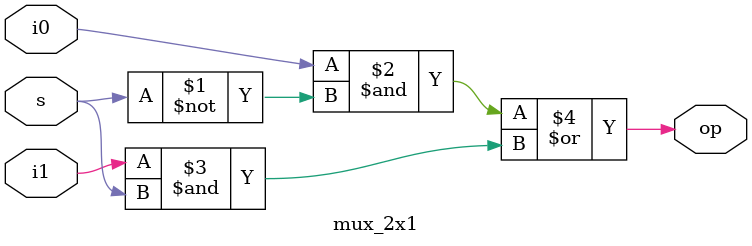
<source format=v>
`timescale 1ns / 1ps


module mux_2x1(
    input i0,i1,s,
    output op
    );
    assign op = (i0 & ~s) | (i1 & s);
endmodule

</source>
